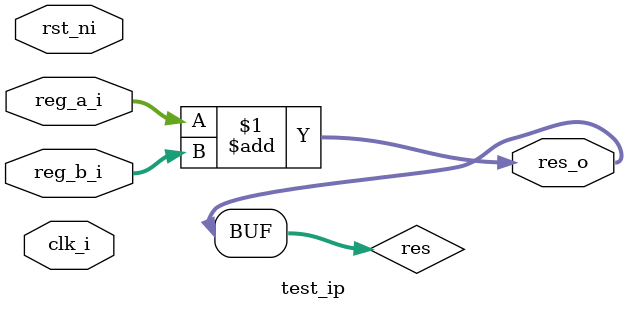
<source format=sv>
module test_ip(
    input clk_i,
    input rst_ni,

    input logic [31:0] reg_a_i,
    input logic [31:0] reg_b_i,
    output reg [31:0] res_o

);

    logic [31:0] res;
    assign res = reg_a_i + reg_b_i;
    assign res_o = res;

endmodule

</source>
